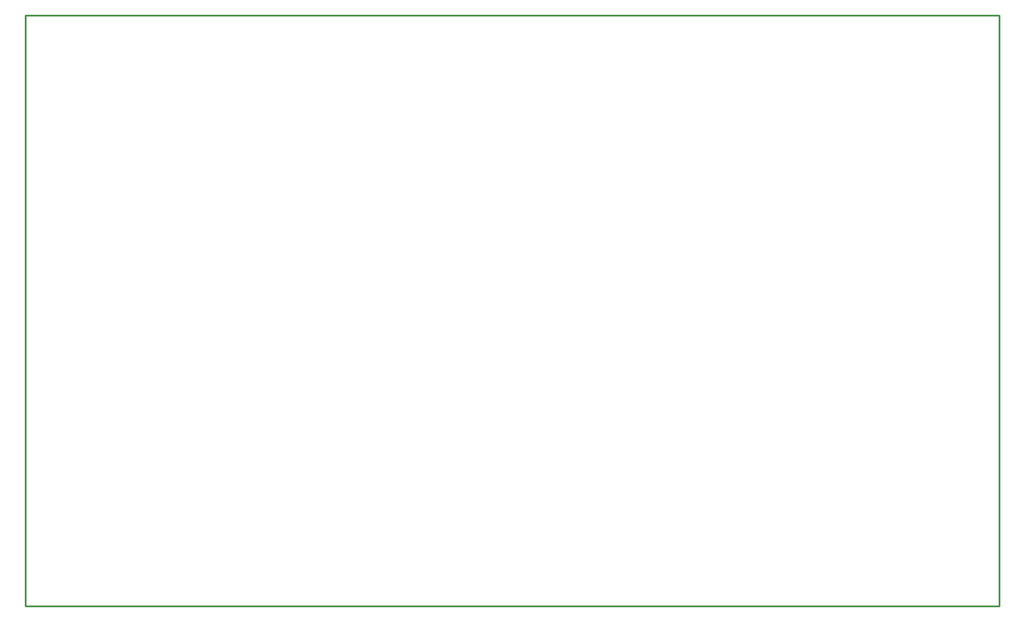
<source format=gm1>
G04*
G04 #@! TF.GenerationSoftware,Altium Limited,Altium Designer,22.10.1 (41)*
G04*
G04 Layer_Color=16711935*
%FSLAX25Y25*%
%MOIN*%
G70*
G04*
G04 #@! TF.SameCoordinates,66C44DD6-0DF7-4D2E-9D42-8CDDC65AF405*
G04*
G04*
G04 #@! TF.FilePolarity,Positive*
G04*
G01*
G75*
%ADD11C,0.01000*%
D11*
X550000D01*
X0Y334000D02*
X550000D01*
Y0D02*
Y334000D01*
X0Y0D02*
Y334000D01*
M02*

</source>
